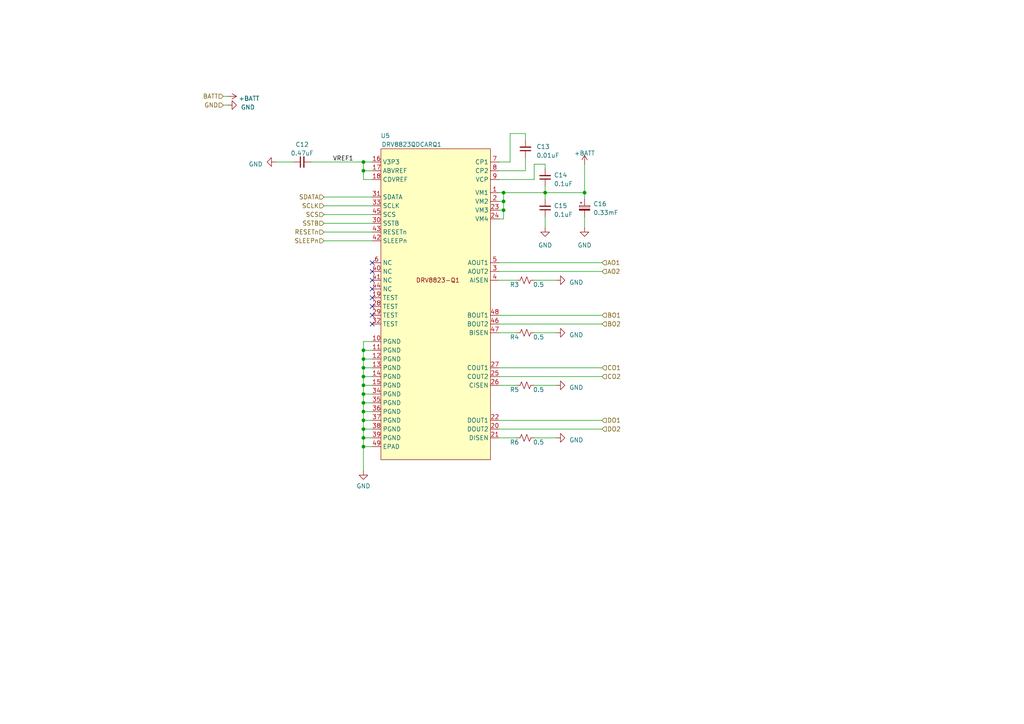
<source format=kicad_sch>
(kicad_sch (version 20230121) (generator eeschema)
  (paper "A4")
  (lib_symbols
    (symbol "Device:C_Polarized_Small" (pin_numbers hide) (pin_names (offset 0.254) hide)
      (property "Reference" "C" (at 0.254 1.778 0))
      (property "Value" "C_Polarized_Small" (at 0.254 -2.032 0))
      (symbol "C_Polarized_Small_0_1"
        (rectangle (start -1.524 -0.3048) (end 1.524 -0.6858) (fill (type outline)))
        (rectangle (start -1.524 0.6858) (end 1.524 0.3048))
        (polyline (pts (xy -1.27 1.524) (xy -0.762 1.524)))
        (polyline (pts (xy -1.016 1.27) (xy -1.016 1.778)))
      )
      (symbol "C_Polarized_Small_1_1"
        (pin passive line (at 0 2.54 270) (length 1.8542) (name "~") (number "1"))
        (pin passive line (at 0 -2.54 90) (length 1.8542) (name "~") (number "2"))
      )
    )
    (symbol "Device:C_Small" (pin_numbers hide) (pin_names (offset 0.254) hide)
      (property "Reference" "C" (at 0.254 1.778 0))
      (property "Value" "C_Small" (at 0.254 -2.032 0))
      (symbol "C_Small_0_1"
        (polyline (pts (xy -1.524 -0.508) (xy 1.524 -0.508)) (stroke (width 0.3302)))
        (polyline (pts (xy -1.524 0.508) (xy 1.524 0.508)) (stroke (width 0.3048)))
      )
      (symbol "C_Small_1_1"
        (pin passive line (at 0 2.54 270) (length 2.032) (name "~") (number "1"))
        (pin passive line (at 0 -2.54 90) (length 2.032) (name "~") (number "2"))
      )
    )
    (symbol "Device:R_Small_US" (pin_numbers hide) (pin_names (offset 0.254) hide)
      (property "Reference" "R" (at 0.762 0.508 0))
      (property "Value" "R_Small_US" (at 0.762 -1.016 0))
      (symbol "R_Small_US_1_1"
        (polyline (pts (xy 0 0) (xy 1.016 -0.381) (xy 0 -0.762) (xy -1.016 -1.143) (xy 0 -1.524)))
        (polyline (pts (xy 0 1.524) (xy 1.016 1.143) (xy 0 0.762) (xy -1.016 0.381) (xy 0 0)))
        (pin passive line (at 0 2.54 270) (length 1.016) (name "~") (number "1"))
        (pin passive line (at 0 -2.54 90) (length 1.016) (name "~") (number "2"))
      )
    )
    (symbol "asvco2-board:DRV8823QDCARQ1"
      (property "Reference" "U5" (at 15.875 0.635 0))
      (property "Value" "DRV8823QDCARQ1" (at 5.08 -7.62 0))
      (symbol "DRV8823QDCARQ1_1_1"
        (rectangle (start 0 0) (end 31.75 -90.17) (fill (type background)))
        (text "DRV8823-Q1" (at 16.51 -38.1 0) (effects (font (size 1.27 1.27))))
        (pin unspecified line (at 34.29 -12.7 180) (length 2.54) (name "VM1") (number "1"))
        (pin unspecified line (at -2.54 -55.88 0) (length 2.54) (name "PGND") (number "10"))
        (pin unspecified line (at -2.54 -58.42 0) (length 2.54) (name "PGND") (number "11"))
        (pin unspecified line (at -2.54 -60.96 0) (length 2.54) (name "PGND") (number "12"))
        (pin unspecified line (at -2.54 -63.5 0) (length 2.54) (name "PGND") (number "13"))
        (pin unspecified line (at -2.54 -66.04 0) (length 2.54) (name "PGND") (number "14"))
        (pin unspecified line (at -2.54 -68.58 0) (length 2.54) (name "PGND") (number "15"))
        (pin unspecified line (at -2.54 -3.81 0) (length 2.54) (name "V3P3") (number "16"))
        (pin unspecified line (at -2.54 -6.35 0) (length 2.54) (name "ABVREF") (number "17"))
        (pin unspecified line (at -2.54 -8.89 0) (length 2.54) (name "CDVREF") (number "18"))
        (pin unspecified line (at -2.54 -43.18 0) (length 2.54) (name "TEST") (number "19"))
        (pin unspecified line (at 34.29 -15.24 180) (length 2.54) (name "VM2") (number "2"))
        (pin unspecified line (at 34.29 -81.28 180) (length 2.54) (name "DOUT2") (number "20"))
        (pin unspecified line (at 34.29 -83.82 180) (length 2.54) (name "DISEN") (number "21"))
        (pin unspecified line (at 34.29 -78.74 180) (length 2.54) (name "DOUT1") (number "22"))
        (pin unspecified line (at 34.29 -17.78 180) (length 2.54) (name "VM3") (number "23"))
        (pin unspecified line (at 34.29 -20.32 180) (length 2.54) (name "VM4") (number "24"))
        (pin unspecified line (at 34.29 -66.04 180) (length 2.54) (name "COUT2") (number "25"))
        (pin unspecified line (at 34.29 -68.58 180) (length 2.54) (name "CISEN") (number "26"))
        (pin unspecified line (at 34.29 -63.5 180) (length 2.54) (name "COUT1") (number "27"))
        (pin unspecified line (at -2.54 -45.72 0) (length 2.54) (name "TEST") (number "28"))
        (pin unspecified line (at -2.54 -48.26 0) (length 2.54) (name "TEST") (number "29"))
        (pin unspecified line (at 34.29 -35.56 180) (length 2.54) (name "AOUT2") (number "3"))
        (pin unspecified line (at -2.54 -21.59 0) (length 2.54) (name "SSTB") (number "30"))
        (pin unspecified line (at -2.54 -13.97 0) (length 2.54) (name "SDATA") (number "31"))
        (pin unspecified line (at -2.54 -50.8 0) (length 2.54) (name "TEST") (number "32"))
        (pin unspecified line (at -2.54 -16.51 0) (length 2.54) (name "SCLK") (number "33"))
        (pin unspecified line (at -2.54 -71.12 0) (length 2.54) (name "PGND") (number "34"))
        (pin unspecified line (at -2.54 -73.66 0) (length 2.54) (name "PGND") (number "35"))
        (pin unspecified line (at -2.54 -76.2 0) (length 2.54) (name "PGND") (number "36"))
        (pin unspecified line (at -2.54 -78.74 0) (length 2.54) (name "PGND") (number "37"))
        (pin unspecified line (at -2.54 -81.28 0) (length 2.54) (name "PGND") (number "38"))
        (pin unspecified line (at -2.54 -83.82 0) (length 2.54) (name "PGND") (number "39"))
        (pin unspecified line (at 34.29 -38.1 180) (length 2.54) (name "AISEN") (number "4"))
        (pin unspecified line (at -2.54 -35.56 0) (length 2.54) (name "NC") (number "40"))
        (pin unspecified line (at -2.54 -38.1 0) (length 2.54) (name "NC") (number "41"))
        (pin unspecified line (at -2.54 -26.67 0) (length 2.54) (name "SLEEPn") (number "42"))
        (pin unspecified line (at -2.54 -24.13 0) (length 2.54) (name "RESETn") (number "43"))
        (pin unspecified line (at -2.54 -40.64 0) (length 2.54) (name "NC") (number "44"))
        (pin unspecified line (at -2.54 -19.05 0) (length 2.54) (name "SCS") (number "45"))
        (pin unspecified line (at 34.29 -50.8 180) (length 2.54) (name "BOUT2") (number "46"))
        (pin unspecified line (at 34.29 -53.34 180) (length 2.54) (name "BISEN") (number "47"))
        (pin unspecified line (at 34.29 -48.26 180) (length 2.54) (name "BOUT1") (number "48"))
        (pin unspecified line (at -2.54 -86.36 0) (length 2.54) (name "EPAD") (number "49"))
        (pin unspecified line (at 34.29 -33.02 180) (length 2.54) (name "AOUT1") (number "5"))
        (pin unspecified line (at -2.54 -33.02 0) (length 2.54) (name "NC") (number "6"))
        (pin unspecified line (at 34.29 -3.81 180) (length 2.54) (name "CP1") (number "7"))
        (pin unspecified line (at 34.29 -6.35 180) (length 2.54) (name "CP2") (number "8"))
        (pin unspecified line (at 34.29 -8.89 180) (length 2.54) (name "VCP") (number "9"))
      )
    )
    (symbol "power:+BATT" (power) (pin_names (offset 0))
      (property "Value" "+BATT" (at 0 3.556 0))
      (symbol "+BATT_0_1"
        (polyline (pts (xy -0.762 1.27) (xy 0 2.54)))
        (polyline (pts (xy 0 0) (xy 0 2.54)))
        (polyline (pts (xy 0 2.54) (xy 0.762 1.27)))
      )
      (symbol "+BATT_1_1"
        (pin power_in line (at 0 0 90) (length 0) hide (name "+BATT") (number "1"))
      )
    )
    (symbol "power:GND" (power) (pin_names (offset 0))
      (property "Value" "GND" (at 0 -3.81 0))
      (symbol "GND_0_1"
        (polyline (pts (xy 0 0) (xy 0 -1.27) (xy 1.27 -1.27) (xy 0 -2.54) (xy -1.27 -1.27) (xy 0 -1.27)))
      )
      (symbol "GND_1_1"
        (pin power_in line (at 0 0 270) (length 0) hide (name "GND") (number "1"))
      )
    )
  )
  (junction (at 146.05 55.88))
  (junction (at 158.115 55.88))
  (junction (at 105.41 106.68))
  (junction (at 105.41 104.14))
  (junction (at 105.41 121.92))
  (junction (at 105.41 124.46))
  (junction (at 105.41 127))
  (junction (at 105.41 129.54))
  (junction (at 105.41 46.99))
  (junction (at 105.41 101.6))
  (junction (at 105.41 109.22))
  (junction (at 105.41 49.53))
  (junction (at 105.41 119.38))
  (junction (at 105.41 116.84))
  (junction (at 169.545 55.88))
  (junction (at 105.41 111.76))
  (junction (at 146.05 60.96))
  (junction (at 105.41 114.3))
  (junction (at 146.05 58.42))
  (no_connect (at 107.95 86.36))
  (no_connect (at 107.95 91.44))
  (no_connect (at 107.95 93.98))
  (no_connect (at 107.95 76.2))
  (no_connect (at 107.95 83.82))
  (no_connect (at 107.95 81.28))
  (no_connect (at 107.95 88.9))
  (no_connect (at 107.95 78.74))
  (wire (pts (xy 105.41 121.92) (xy 105.41 124.46)))
  (wire (pts (xy 158.115 55.88) (xy 158.115 57.785)))
  (wire (pts (xy 107.95 109.22) (xy 105.41 109.22)))
  (wire (pts (xy 158.115 47.625) (xy 158.115 48.895)))
  (wire (pts (xy 144.78 49.53) (xy 152.4 49.53)))
  (wire (pts (xy 147.955 38.735) (xy 152.4 38.735)))
  (wire (pts (xy 64.77 27.94) (xy 66.04 27.94)))
  (wire (pts (xy 107.95 119.38) (xy 105.41 119.38)))
  (wire (pts (xy 146.05 55.88) (xy 144.78 55.88)))
  (wire (pts (xy 158.115 55.88) (xy 169.545 55.88)))
  (wire (pts (xy 105.41 111.76) (xy 105.41 114.3)))
  (wire (pts (xy 144.78 124.46) (xy 174.625 124.46)))
  (wire (pts (xy 105.41 116.84) (xy 105.41 119.38)))
  (wire (pts (xy 105.41 114.3) (xy 107.95 114.3)))
  (wire (pts (xy 144.78 78.74) (xy 174.625 78.74)))
  (wire (pts (xy 80.01 46.99) (xy 85.09 46.99)))
  (wire (pts (xy 107.95 124.46) (xy 105.41 124.46)))
  (wire (pts (xy 107.95 129.54) (xy 105.41 129.54)))
  (wire (pts (xy 105.41 46.99) (xy 107.95 46.99)))
  (wire (pts (xy 144.78 96.52) (xy 149.86 96.52)))
  (wire (pts (xy 144.78 81.28) (xy 149.86 81.28)))
  (wire (pts (xy 107.95 101.6) (xy 105.41 101.6)))
  (wire (pts (xy 144.78 52.07) (xy 154.94 52.07)))
  (wire (pts (xy 144.78 106.68) (xy 174.625 106.68)))
  (wire (pts (xy 169.545 62.865) (xy 169.545 66.04)))
  (wire (pts (xy 64.77 30.48) (xy 66.04 30.48)))
  (wire (pts (xy 105.41 106.68) (xy 105.41 109.22)))
  (wire (pts (xy 105.41 49.53) (xy 105.41 52.07)))
  (wire (pts (xy 169.545 55.88) (xy 169.545 57.785)))
  (wire (pts (xy 105.41 104.14) (xy 105.41 106.68)))
  (wire (pts (xy 154.94 81.28) (xy 161.29 81.28)))
  (wire (pts (xy 154.94 127) (xy 161.29 127)))
  (wire (pts (xy 93.98 62.23) (xy 107.95 62.23)))
  (wire (pts (xy 105.41 101.6) (xy 105.41 104.14)))
  (wire (pts (xy 144.78 127) (xy 149.86 127)))
  (wire (pts (xy 93.98 67.31) (xy 107.95 67.31)))
  (wire (pts (xy 144.78 76.2) (xy 174.625 76.2)))
  (wire (pts (xy 158.115 62.865) (xy 158.115 66.04)))
  (wire (pts (xy 105.41 114.3) (xy 105.41 116.84)))
  (wire (pts (xy 154.94 96.52) (xy 161.29 96.52)))
  (wire (pts (xy 169.545 47.625) (xy 169.545 55.88)))
  (wire (pts (xy 107.95 116.84) (xy 105.41 116.84)))
  (wire (pts (xy 107.95 121.92) (xy 105.41 121.92)))
  (wire (pts (xy 105.41 129.54) (xy 105.41 136.525)))
  (wire (pts (xy 146.05 58.42) (xy 144.78 58.42)))
  (wire (pts (xy 105.41 127) (xy 105.41 129.54)))
  (wire (pts (xy 146.05 60.96) (xy 146.05 63.5)))
  (wire (pts (xy 144.78 91.44) (xy 174.625 91.44)))
  (wire (pts (xy 147.955 46.99) (xy 147.955 38.735)))
  (wire (pts (xy 146.05 58.42) (xy 146.05 60.96)))
  (wire (pts (xy 158.115 55.88) (xy 158.115 53.975)))
  (wire (pts (xy 154.94 47.625) (xy 158.115 47.625)))
  (wire (pts (xy 154.94 52.07) (xy 154.94 47.625)))
  (wire (pts (xy 154.94 111.76) (xy 161.29 111.76)))
  (wire (pts (xy 152.4 38.735) (xy 152.4 40.64)))
  (wire (pts (xy 152.4 49.53) (xy 152.4 45.72)))
  (wire (pts (xy 107.95 111.76) (xy 105.41 111.76)))
  (wire (pts (xy 105.41 46.99) (xy 105.41 49.53)))
  (wire (pts (xy 146.05 63.5) (xy 144.78 63.5)))
  (wire (pts (xy 105.41 119.38) (xy 105.41 121.92)))
  (wire (pts (xy 90.17 46.99) (xy 105.41 46.99)))
  (wire (pts (xy 144.78 121.92) (xy 174.625 121.92)))
  (wire (pts (xy 105.41 109.22) (xy 105.41 111.76)))
  (wire (pts (xy 107.95 104.14) (xy 105.41 104.14)))
  (wire (pts (xy 146.05 55.88) (xy 158.115 55.88)))
  (wire (pts (xy 105.41 124.46) (xy 105.41 127)))
  (wire (pts (xy 144.78 109.22) (xy 174.625 109.22)))
  (wire (pts (xy 107.95 99.06) (xy 105.41 99.06)))
  (wire (pts (xy 144.78 93.98) (xy 174.625 93.98)))
  (wire (pts (xy 93.98 59.69) (xy 107.95 59.69)))
  (wire (pts (xy 107.95 127) (xy 105.41 127)))
  (wire (pts (xy 93.98 64.77) (xy 107.95 64.77)))
  (wire (pts (xy 107.95 106.68) (xy 105.41 106.68)))
  (wire (pts (xy 144.78 46.99) (xy 147.955 46.99)))
  (wire (pts (xy 105.41 52.07) (xy 107.95 52.07)))
  (wire (pts (xy 93.98 57.15) (xy 107.95 57.15)))
  (wire (pts (xy 105.41 49.53) (xy 107.95 49.53)))
  (wire (pts (xy 144.78 111.76) (xy 149.86 111.76)))
  (wire (pts (xy 93.98 69.85) (xy 107.95 69.85)))
  (wire (pts (xy 146.05 55.88) (xy 146.05 58.42)))
  (wire (pts (xy 105.41 99.06) (xy 105.41 101.6)))
  (wire (pts (xy 146.05 60.96) (xy 144.78 60.96)))
  (label "VREF1" (at 96.52 46.99 0))
  (hierarchical_label "SDATA" (shape input) (at 93.98 57.15 180))
  (hierarchical_label "BO1" (shape input) (at 174.625 91.44 0))
  (hierarchical_label "SLEEPn" (shape input) (at 93.98 69.85 180))
  (hierarchical_label "SCLK" (shape input) (at 93.98 59.69 180))
  (hierarchical_label "AO2" (shape input) (at 174.625 78.74 0))
  (hierarchical_label "BO2" (shape input) (at 174.625 93.98 0))
  (hierarchical_label "SSTB" (shape input) (at 93.98 64.77 180))
  (hierarchical_label "CO1" (shape input) (at 174.625 106.68 0))
  (hierarchical_label "SCS" (shape input) (at 93.98 62.23 180))
  (hierarchical_label "DO2" (shape input) (at 174.625 124.46 0))
  (hierarchical_label "AO1" (shape input) (at 174.625 76.2 0))
  (hierarchical_label "CO2" (shape input) (at 174.625 109.22 0))
  (hierarchical_label "GND" (shape input) (at 64.77 30.48 180))
  (hierarchical_label "BATT" (shape input) (at 64.77 27.94 180))
  (hierarchical_label "DO1" (shape input) (at 174.625 121.92 0))
  (hierarchical_label "RESETn" (shape input) (at 93.98 67.31 180))
  (symbol (lib_id "Device:R_Small_US") (at 152.4 96.52 90) (unit 1)
    (property "Reference" "R4" (at 149.225 97.79 90))
    (property "Value" "0.5" (at 156.21 97.79 90))
    (property "Footprint" "Resistor_SMD:R_0603_1608Metric_Pad0.98x0.95mm_HandSolder" (effects hide))
    (property "MPN" "RL0603FR-070R5L" (effects hide))
  )
  (symbol (lib_id "power:GND") (at 105.41 136.525 0) (unit 1)
    (property "Reference" "#PWR031" (effects hide))
    (property "Value" "GND" (at 105.41 140.97 0))
  )
  (symbol (lib_id "Device:C_Small") (at 87.63 46.99 90) (unit 1)
    (property "Reference" "C12" (at 87.6363 41.91 90))
    (property "Value" "0.47uF" (at 87.6363 44.45 90))
    (property "Footprint" "Capacitor_SMD:C_0603_1608Metric_Pad1.08x0.95mm_HandSolder" (effects hide))
    (property "MPN" "CGA3E3X7R1H474K080AE" (effects hide))
  )
  (symbol (lib_id "Device:C_Small") (at 158.115 51.435 180) (unit 1)
    (property "Reference" "C14" (at 160.655 50.7936 0) (effects (justify right)))
    (property "Value" "0.1uF" (at 160.655 53.3336 0) (effects (justify right)))
    (property "Footprint" "Capacitor_SMD:C_0603_1608Metric_Pad1.08x0.95mm_HandSolder" (effects hide))
    (property "MPN" "C0603X104K5RAC7867" (effects hide))
  )
  (symbol (lib_id "Device:R_Small_US") (at 152.4 127 90) (unit 1)
    (property "Reference" "R6" (at 149.225 128.27 90))
    (property "Value" "0.5" (at 156.21 128.27 90))
    (property "Footprint" "Resistor_SMD:R_0603_1608Metric_Pad0.98x0.95mm_HandSolder" (effects hide))
    (property "MPN" "RL0603FR-070R5L" (effects hide))
  )
  (symbol (lib_id "power:+BATT") (at 169.545 47.625 0) (unit 1)
    (property "Reference" "#PWR037" (effects hide))
    (property "Value" "+BATT" (at 169.545 44.45 0))
  )
  (symbol (lib_id "power:GND") (at 169.545 66.04 0) (unit 1)
    (property "Reference" "#PWR038" (effects hide))
    (property "Value" "GND" (at 169.545 71.12 0))
  )
  (symbol (lib_id "power:GND") (at 161.29 81.28 90) (unit 1)
    (property "Reference" "#PWR033" (effects hide))
    (property "Value" "GND" (at 165.1 81.915 90) (effects (justify right)))
  )
  (symbol (lib_id "asvco2-board:DRV8823QDCARQ1") (at 110.49 43.18 0) (unit 1)
    (property "Reference" "U5" (at 111.76 39.37 0))
    (property "Value" "DRV8823QDCARQ1" (at 119.38 41.91 0))
    (property "Footprint" "asvco2-board:HTSSOP48" (effects hide))
    (property "MPN" "DRV8823QDCARQ1" (effects hide))
  )
  (symbol (lib_id "Device:C_Small") (at 158.115 60.325 180) (unit 1)
    (property "Reference" "C15" (at 160.655 59.6836 0) (effects (justify right)))
    (property "Value" "0.1uF" (at 160.655 62.2236 0) (effects (justify right)))
    (property "Footprint" "Capacitor_SMD:C_0603_1608Metric_Pad1.08x0.95mm_HandSolder" (effects hide))
    (property "MPN" "C0603X104K5RAC7867" (effects hide))
  )
  (symbol (lib_id "Device:R_Small_US") (at 152.4 81.28 90) (unit 1)
    (property "Reference" "R3" (at 149.225 82.55 90))
    (property "Value" "0.5" (at 156.21 82.55 90))
    (property "Footprint" "Resistor_SMD:R_0603_1608Metric_Pad0.98x0.95mm_HandSolder" (effects hide))
    (property "MPN" "RL0603FR-070R5L" (effects hide))
  )
  (symbol (lib_id "power:GND") (at 161.29 127 90) (unit 1)
    (property "Reference" "#PWR036" (effects hide))
    (property "Value" "GND" (at 165.1 127.635 90) (effects (justify right)))
  )
  (symbol (lib_id "power:GND") (at 161.29 96.52 90) (unit 1)
    (property "Reference" "#PWR034" (effects hide))
    (property "Value" "GND" (at 165.1 97.155 90) (effects (justify right)))
  )
  (symbol (lib_id "power:GND") (at 80.01 46.99 270) (unit 1)
    (property "Reference" "#PWR030" (effects hide))
    (property "Value" "GND" (at 76.2 47.625 90) (effects (justify right)))
  )
  (symbol (lib_id "Device:C_Small") (at 152.4 43.18 180) (unit 1)
    (property "Reference" "C13" (at 155.575 42.5386 0) (effects (justify right)))
    (property "Value" "0.01uF" (at 155.575 45.0786 0) (effects (justify right)))
    (property "Footprint" "Capacitor_SMD:C_0603_1608Metric_Pad1.08x0.95mm_HandSolder" (effects hide))
    (property "MPN" "C0603C103K2RACTU" (effects hide))
  )
  (symbol (lib_id "power:GND") (at 161.29 111.76 90) (unit 1)
    (property "Reference" "#PWR035" (effects hide))
    (property "Value" "GND" (at 165.1 112.395 90) (effects (justify right)))
  )
  (symbol (lib_id "Device:C_Polarized_Small") (at 169.545 60.325 0) (unit 1)
    (property "Reference" "C16" (at 172.085 59.1439 0) (effects (justify left)))
    (property "Value" "0.33mF" (at 172.085 61.6839 0) (effects (justify left)))
    (property "Footprint" "Capacitor_THT:CP_Radial_D12.5mm_P5.00mm" (effects hide))
    (property "MPN" "URZ1H331MHD1TO" (effects hide))
  )
  (symbol (lib_id "Device:R_Small_US") (at 152.4 111.76 90) (unit 1)
    (property "Reference" "R5" (at 149.225 113.03 90))
    (property "Value" "0.5" (at 156.21 113.03 90))
    (property "Footprint" "Resistor_SMD:R_0603_1608Metric_Pad0.98x0.95mm_HandSolder" (effects hide))
    (property "MPN" "RL0603FR-070R5L" (effects hide))
  )
  (symbol (lib_id "power:GND") (at 158.115 66.04 0) (unit 1)
    (property "Reference" "#PWR032" (effects hide))
    (property "Value" "GND" (at 158.115 71.12 0))
  )
  (symbol (lib_id "power:+BATT") (at 66.04 27.94 270) (unit 1)
    (property "Reference" "#PWR040" (effects hide))
    (property "Value" "+BATT" (at 69.215 28.575 90) (effects (justify left)))
  )
  (symbol (lib_id "power:GND") (at 66.04 30.48 90) (unit 1)
    (property "Reference" "#PWR039" (effects hide))
    (property "Value" "GND" (at 69.85 31.115 90) (effects (justify right)))
  )
)
</source>
